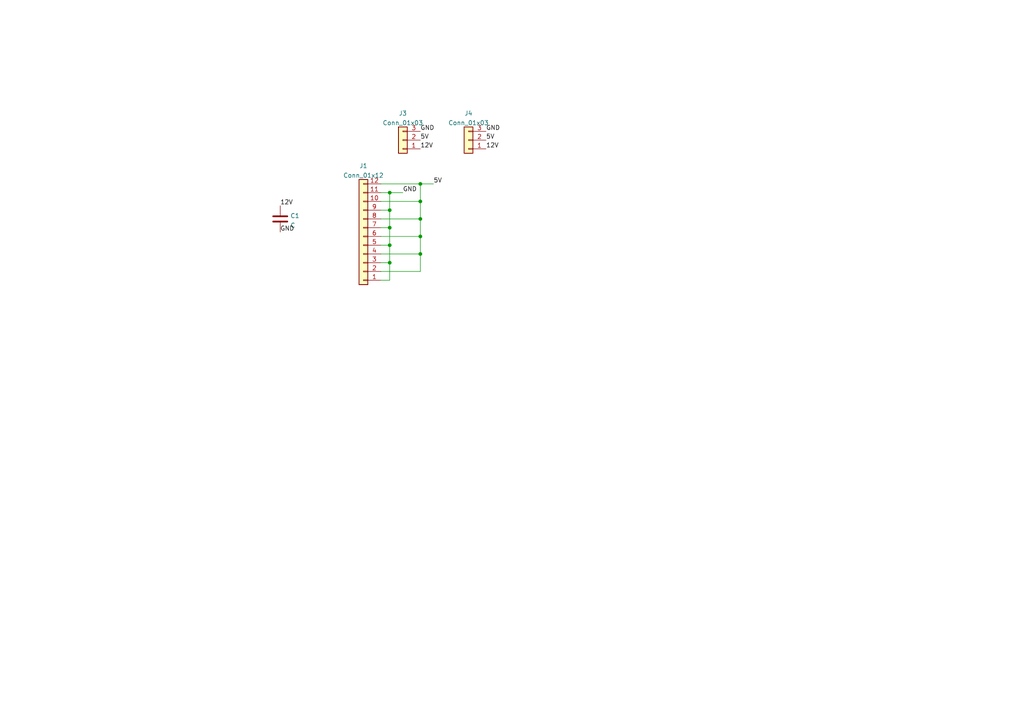
<source format=kicad_sch>
(kicad_sch (version 20211123) (generator eeschema)
  (paper "A4")
  (lib_symbols
    (symbol "Connector_Generic:Conn_01x03" (pin_names (offset 1.016) hide)
      (property "Reference" "J" (at 0 5.08 0))
      (property "Value" "Conn_01x03" (at 0 -5.08 0))
      (symbol "Conn_01x03_1_1"
        (rectangle (start -1.27 -2.413) (end 0 -2.667) (stroke (width 0.1524)))
        (rectangle (start -1.27 0.127) (end 0 -0.127) (stroke (width 0.1524)))
        (rectangle (start -1.27 2.667) (end 0 2.413) (stroke (width 0.1524)))
        (rectangle (start -1.27 3.81) (end 1.27 -3.81) (stroke (width 0.254)) (fill (type background)))
        (pin passive line (at -5.08 2.54 0) (length 3.81) (name "Pin_1") (number "1"))
        (pin passive line (at -5.08 0 0) (length 3.81) (name "Pin_2") (number "2"))
        (pin passive line (at -5.08 -2.54 0) (length 3.81) (name "Pin_3") (number "3"))
      )
    )
    (symbol "Connector_Generic:Conn_01x12" (pin_names (offset 1.016) hide)
      (property "Reference" "J" (at 0 15.24 0))
      (property "Value" "Conn_01x12" (at 0 -17.78 0))
      (symbol "Conn_01x12_1_1"
        (rectangle (start -1.27 -15.113) (end 0 -15.367) (stroke (width 0.1524)))
        (rectangle (start -1.27 -12.573) (end 0 -12.827) (stroke (width 0.1524)))
        (rectangle (start -1.27 -10.033) (end 0 -10.287) (stroke (width 0.1524)))
        (rectangle (start -1.27 -7.493) (end 0 -7.747) (stroke (width 0.1524)))
        (rectangle (start -1.27 -4.953) (end 0 -5.207) (stroke (width 0.1524)))
        (rectangle (start -1.27 -2.413) (end 0 -2.667) (stroke (width 0.1524)))
        (rectangle (start -1.27 0.127) (end 0 -0.127) (stroke (width 0.1524)))
        (rectangle (start -1.27 2.667) (end 0 2.413) (stroke (width 0.1524)))
        (rectangle (start -1.27 5.207) (end 0 4.953) (stroke (width 0.1524)))
        (rectangle (start -1.27 7.747) (end 0 7.493) (stroke (width 0.1524)))
        (rectangle (start -1.27 10.287) (end 0 10.033) (stroke (width 0.1524)))
        (rectangle (start -1.27 12.827) (end 0 12.573) (stroke (width 0.1524)))
        (rectangle (start -1.27 13.97) (end 1.27 -16.51) (stroke (width 0.254)) (fill (type background)))
        (pin passive line (at -5.08 12.7 0) (length 3.81) (name "Pin_1") (number "1"))
        (pin passive line (at -5.08 -10.16 0) (length 3.81) (name "Pin_10") (number "10"))
        (pin passive line (at -5.08 -12.7 0) (length 3.81) (name "Pin_11") (number "11"))
        (pin passive line (at -5.08 -15.24 0) (length 3.81) (name "Pin_12") (number "12"))
        (pin passive line (at -5.08 10.16 0) (length 3.81) (name "Pin_2") (number "2"))
        (pin passive line (at -5.08 7.62 0) (length 3.81) (name "Pin_3") (number "3"))
        (pin passive line (at -5.08 5.08 0) (length 3.81) (name "Pin_4") (number "4"))
        (pin passive line (at -5.08 2.54 0) (length 3.81) (name "Pin_5") (number "5"))
        (pin passive line (at -5.08 0 0) (length 3.81) (name "Pin_6") (number "6"))
        (pin passive line (at -5.08 -2.54 0) (length 3.81) (name "Pin_7") (number "7"))
        (pin passive line (at -5.08 -5.08 0) (length 3.81) (name "Pin_8") (number "8"))
        (pin passive line (at -5.08 -7.62 0) (length 3.81) (name "Pin_9") (number "9"))
      )
    )
    (symbol "Device:C" (pin_numbers hide) (pin_names (offset 0.254))
      (property "Reference" "C" (at 0.635 2.54 0))
      (property "Value" "C" (at 0.635 -2.54 0))
      (symbol "C_0_1"
        (polyline (pts (xy -2.032 -0.762) (xy 2.032 -0.762)) (stroke (width 0.508)))
        (polyline (pts (xy -2.032 0.762) (xy 2.032 0.762)) (stroke (width 0.508)))
      )
      (symbol "C_1_1"
        (pin passive line (at 0 3.81 270) (length 2.794) (name "~") (number "1"))
        (pin passive line (at 0 -3.81 90) (length 2.794) (name "~") (number "2"))
      )
    )
  )
  (junction (at 113.03 60.96))
  (junction (at 121.92 53.34))
  (junction (at 113.03 66.04))
  (junction (at 121.92 58.42))
  (junction (at 121.92 63.5))
  (junction (at 113.03 55.88))
  (junction (at 121.92 73.66))
  (junction (at 113.03 71.12))
  (junction (at 121.92 68.58))
  (junction (at 113.03 76.2))
  (wire (pts (xy 121.92 58.42) (xy 110.49 58.42)))
  (wire (pts (xy 121.92 73.66) (xy 121.92 78.74)))
  (wire (pts (xy 110.49 66.04) (xy 113.03 66.04)))
  (wire (pts (xy 121.92 78.74) (xy 110.49 78.74)))
  (wire (pts (xy 113.03 55.88) (xy 116.84 55.88)))
  (wire (pts (xy 110.49 53.34) (xy 121.92 53.34)))
  (wire (pts (xy 110.49 60.96) (xy 113.03 60.96)))
  (wire (pts (xy 121.92 63.5) (xy 121.92 68.58)))
  (wire (pts (xy 110.49 81.28) (xy 113.03 81.28)))
  (wire (pts (xy 110.49 71.12) (xy 113.03 71.12)))
  (wire (pts (xy 121.92 53.34) (xy 121.92 58.42)))
  (wire (pts (xy 121.92 68.58) (xy 121.92 73.66)))
  (wire (pts (xy 121.92 68.58) (xy 110.49 68.58)))
  (wire (pts (xy 110.49 76.2) (xy 113.03 76.2)))
  (wire (pts (xy 113.03 66.04) (xy 113.03 71.12)))
  (wire (pts (xy 113.03 71.12) (xy 113.03 76.2)))
  (wire (pts (xy 121.92 58.42) (xy 121.92 63.5)))
  (wire (pts (xy 121.92 53.34) (xy 125.73 53.34)))
  (wire (pts (xy 110.49 55.88) (xy 113.03 55.88)))
  (wire (pts (xy 121.92 73.66) (xy 110.49 73.66)))
  (wire (pts (xy 113.03 55.88) (xy 113.03 60.96)))
  (wire (pts (xy 113.03 76.2) (xy 113.03 81.28)))
  (wire (pts (xy 113.03 60.96) (xy 113.03 66.04)))
  (wire (pts (xy 121.92 63.5) (xy 110.49 63.5)))
  (label "GND" (at 140.97 38.1 0))
  (label "GND" (at 116.84 55.88 0))
  (label "5V" (at 140.97 40.64 0))
  (label "5V" (at 121.92 40.64 0))
  (label "12V" (at 140.97 43.18 0))
  (label "5V" (at 125.73 53.34 0))
  (label "12V" (at 121.92 43.18 0))
  (label "GND" (at 121.92 38.1 0))
  (label "GND" (at 81.28 67.31 0))
  (label "12V" (at 81.28 59.69 0))
  (symbol (lib_id "Device:C") (at 81.28 63.5 0) (unit 1)
    (property "Reference" "C1" (at 84.201 62.5915 0) (effects (justify left)))
    (property "Value" "C" (at 84.201 65.3666 0) (effects (justify left)))
    (property "Footprint" "Capacitor_THT:CP_Radial_D25.0mm_P10.00mm_SnapIn" (effects hide))
  )
  (symbol (lib_id "Connector_Generic:Conn_01x03") (at 135.89 40.64 180) (unit 1)
    (property "Reference" "J4" (at 135.89 32.8635 0))
    (property "Value" "Conn_01x03" (at 135.89 35.6386 0))
    (property "Footprint" "Connector_JST:JST_XH_B3B-XH-A_1x03_P2.50mm_Vertical" (effects hide))
  )
  (symbol (lib_id "Connector_Generic:Conn_01x03") (at 116.84 40.64 180) (unit 1)
    (property "Reference" "J3" (at 116.84 32.8635 0))
    (property "Value" "Conn_01x03" (at 116.84 35.6386 0))
    (property "Footprint" "Connector_JST:JST_XH_B3B-XH-A_1x03_P2.50mm_Vertical" (effects hide))
  )
  (symbol (lib_id "Connector_Generic:Conn_01x12") (at 105.41 68.58 180) (unit 1)
    (property "Reference" "J1" (at 105.41 48.1035 0))
    (property "Value" "Conn_01x12" (at 105.41 50.8786 0))
    (property "Footprint" "TerminalBlock_Phoenix:TerminalBlock_Phoenix_MPT-0,5-12-2.54_1x12_P2.54mm_Horizontal" (effects hide))
  )
)
</source>
